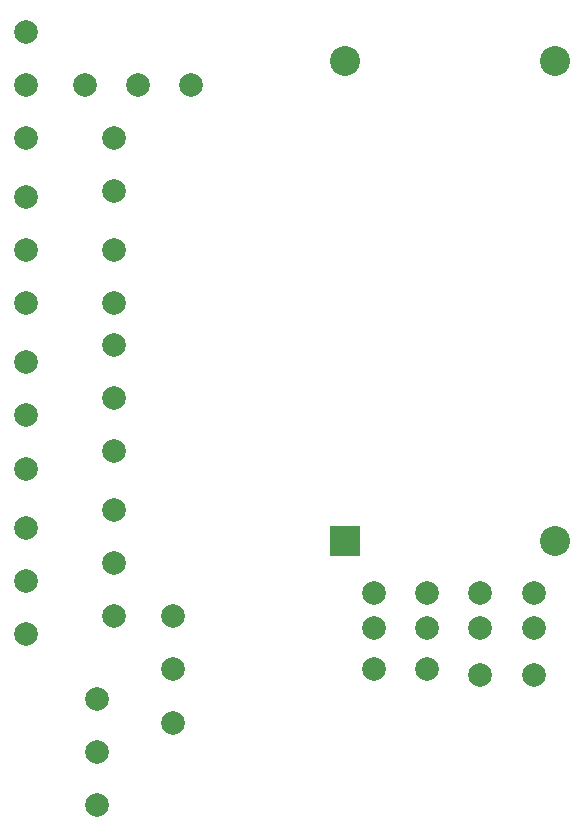
<source format=gbr>
%TF.GenerationSoftware,KiCad,Pcbnew,8.0.5*%
%TF.CreationDate,2025-07-12T23:47:55-04:00*%
%TF.ProjectId,Car,4361722e-6b69-4636-9164-5f7063625858,rev?*%
%TF.SameCoordinates,Original*%
%TF.FileFunction,Soldermask,Bot*%
%TF.FilePolarity,Negative*%
%FSLAX46Y46*%
G04 Gerber Fmt 4.6, Leading zero omitted, Abs format (unit mm)*
G04 Created by KiCad (PCBNEW 8.0.5) date 2025-07-12 23:47:55*
%MOMM*%
%LPD*%
G01*
G04 APERTURE LIST*
%ADD10C,2.000000*%
%ADD11R,2.540000X2.540000*%
%ADD12C,2.540000*%
G04 APERTURE END LIST*
D10*
%TO.C,J11*%
X26500000Y-72500000D03*
X26500000Y-68000000D03*
X26500000Y-63500000D03*
%TD*%
%TO.C,J8*%
X21500000Y-37000000D03*
X21500000Y-32500000D03*
X21500000Y-27500000D03*
X21500000Y-23000000D03*
%TD*%
%TO.C,J1*%
X43500000Y-61500000D03*
X48000000Y-61500000D03*
%TD*%
D11*
%TO.C,U3*%
X41000000Y-57140000D03*
D12*
X58780000Y-57140000D03*
X58780000Y-16500000D03*
X41000000Y-16500000D03*
%TD*%
D10*
%TO.C,J12*%
X20000000Y-79500000D03*
X20000000Y-75000000D03*
X20000000Y-70500000D03*
%TD*%
%TO.C,J6*%
X43500000Y-68000000D03*
X48000000Y-68000000D03*
%TD*%
%TO.C,J3*%
X52500000Y-61500000D03*
X57000000Y-61500000D03*
%TD*%
%TO.C,J4*%
X52500000Y-64500000D03*
X57000000Y-64500000D03*
%TD*%
%TO.C,J10*%
X14000000Y-65000000D03*
X14000000Y-60500000D03*
X14000000Y-56000000D03*
X14000000Y-51000000D03*
X14000000Y-46500000D03*
X14000000Y-42000000D03*
X14000000Y-37000000D03*
X14000000Y-32500000D03*
X14000000Y-28000000D03*
X14000000Y-23000000D03*
X14000000Y-18500000D03*
X14000000Y-14000000D03*
%TD*%
%TO.C,J5*%
X52500000Y-68500000D03*
X57000000Y-68500000D03*
%TD*%
%TO.C,J7*%
X19000000Y-18500000D03*
X23500000Y-18500000D03*
X28000000Y-18500000D03*
%TD*%
%TO.C,J9*%
X21500000Y-63500000D03*
X21500000Y-59000000D03*
X21500000Y-54500000D03*
X21500000Y-49500000D03*
X21500000Y-45000000D03*
X21500000Y-40500000D03*
%TD*%
%TO.C,J2*%
X43500000Y-64500000D03*
X48000000Y-64500000D03*
%TD*%
M02*

</source>
